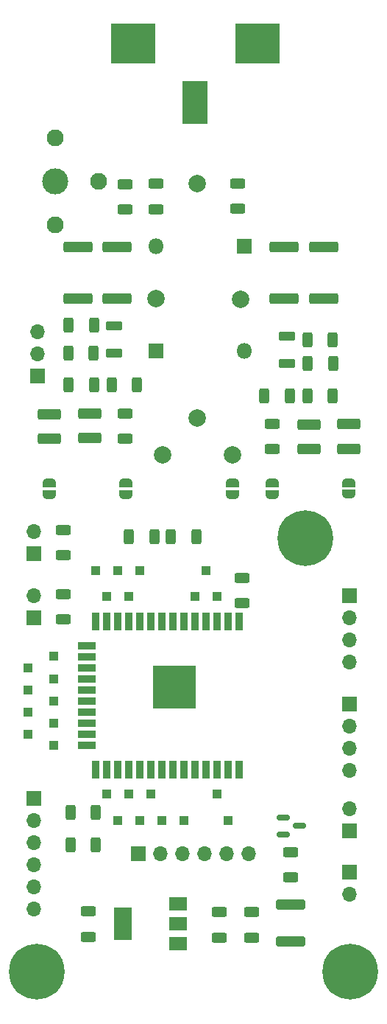
<source format=gts>
%TF.GenerationSoftware,KiCad,Pcbnew,(6.0.1)*%
%TF.CreationDate,2022-02-08T10:08:30+01:00*%
%TF.ProjectId,CaricoFittizioStrumentato,43617269-636f-4466-9974-74697a696f53,rev?*%
%TF.SameCoordinates,Original*%
%TF.FileFunction,Soldermask,Top*%
%TF.FilePolarity,Negative*%
%FSLAX46Y46*%
G04 Gerber Fmt 4.6, Leading zero omitted, Abs format (unit mm)*
G04 Created by KiCad (PCBNEW (6.0.1)) date 2022-02-08 10:08:30*
%MOMM*%
%LPD*%
G01*
G04 APERTURE LIST*
G04 Aperture macros list*
%AMRoundRect*
0 Rectangle with rounded corners*
0 $1 Rounding radius*
0 $2 $3 $4 $5 $6 $7 $8 $9 X,Y pos of 4 corners*
0 Add a 4 corners polygon primitive as box body*
4,1,4,$2,$3,$4,$5,$6,$7,$8,$9,$2,$3,0*
0 Add four circle primitives for the rounded corners*
1,1,$1+$1,$2,$3*
1,1,$1+$1,$4,$5*
1,1,$1+$1,$6,$7*
1,1,$1+$1,$8,$9*
0 Add four rect primitives between the rounded corners*
20,1,$1+$1,$2,$3,$4,$5,0*
20,1,$1+$1,$4,$5,$6,$7,0*
20,1,$1+$1,$6,$7,$8,$9,0*
20,1,$1+$1,$8,$9,$2,$3,0*%
%AMFreePoly0*
4,1,22,0.500000,-0.750000,0.000000,-0.750000,0.000000,-0.745033,-0.079941,-0.743568,-0.215256,-0.701293,-0.333266,-0.622738,-0.424486,-0.514219,-0.481581,-0.384460,-0.499164,-0.250000,-0.500000,-0.250000,-0.500000,0.250000,-0.499164,0.250000,-0.499963,0.256109,-0.478152,0.396186,-0.417904,0.524511,-0.324060,0.630769,-0.204165,0.706417,-0.067858,0.745374,0.000000,0.744959,0.000000,0.750000,
0.500000,0.750000,0.500000,-0.750000,0.500000,-0.750000,$1*%
%AMFreePoly1*
4,1,20,0.000000,0.744959,0.073905,0.744508,0.209726,0.703889,0.328688,0.626782,0.421226,0.519385,0.479903,0.390333,0.500000,0.250000,0.500000,-0.250000,0.499851,-0.262216,0.476331,-0.402017,0.414519,-0.529596,0.319384,-0.634700,0.198574,-0.708877,0.061801,-0.746166,0.000000,-0.745033,0.000000,-0.750000,-0.500000,-0.750000,-0.500000,0.750000,0.000000,0.750000,0.000000,0.744959,
0.000000,0.744959,$1*%
%AMFreePoly2*
4,1,5,2.500000,-2.250000,-2.500000,-2.250000,-2.500000,2.250000,2.500000,2.250000,2.500000,-2.250000,2.500000,-2.250000,$1*%
G04 Aperture macros list end*
%ADD10C,0.800000*%
%ADD11C,6.400000*%
%ADD12RoundRect,0.250000X0.625000X-0.312500X0.625000X0.312500X-0.625000X0.312500X-0.625000X-0.312500X0*%
%ADD13R,1.000000X1.000000*%
%ADD14RoundRect,0.150000X-0.587500X-0.150000X0.587500X-0.150000X0.587500X0.150000X-0.587500X0.150000X0*%
%ADD15R,1.800000X1.800000*%
%ADD16O,1.800000X1.800000*%
%ADD17RoundRect,0.250000X-1.425000X0.362500X-1.425000X-0.362500X1.425000X-0.362500X1.425000X0.362500X0*%
%ADD18RoundRect,0.250000X-1.450000X0.312500X-1.450000X-0.312500X1.450000X-0.312500X1.450000X0.312500X0*%
%ADD19C,3.000000*%
%ADD20C,1.950000*%
%ADD21FreePoly0,90.000000*%
%ADD22FreePoly1,90.000000*%
%ADD23RoundRect,0.250000X-0.625000X0.312500X-0.625000X-0.312500X0.625000X-0.312500X0.625000X0.312500X0*%
%ADD24RoundRect,0.250000X0.312500X0.625000X-0.312500X0.625000X-0.312500X-0.625000X0.312500X-0.625000X0*%
%ADD25RoundRect,0.250000X1.425000X-0.362500X1.425000X0.362500X-1.425000X0.362500X-1.425000X-0.362500X0*%
%ADD26R,1.700000X1.700000*%
%ADD27O,1.700000X1.700000*%
%ADD28C,2.000000*%
%ADD29RoundRect,0.250000X-1.075000X0.375000X-1.075000X-0.375000X1.075000X-0.375000X1.075000X0.375000X0*%
%ADD30R,2.000000X1.500000*%
%ADD31R,2.000000X3.800000*%
%ADD32RoundRect,0.250000X-0.312500X-0.625000X0.312500X-0.625000X0.312500X0.625000X-0.312500X0.625000X0*%
%ADD33RoundRect,0.250000X0.700000X-0.275000X0.700000X0.275000X-0.700000X0.275000X-0.700000X-0.275000X0*%
%ADD34R,0.900000X2.000000*%
%ADD35R,2.000000X0.900000*%
%ADD36R,5.000000X5.000000*%
%ADD37FreePoly2,0.000000*%
%ADD38R,3.000000X5.000000*%
%ADD39RoundRect,0.250000X-0.700000X0.275000X-0.700000X-0.275000X0.700000X-0.275000X0.700000X0.275000X0*%
G04 APERTURE END LIST*
D10*
X111078944Y-182926056D03*
X110376000Y-181229000D03*
X111078944Y-179531944D03*
D11*
X112776000Y-181229000D03*
D10*
X114473056Y-182926056D03*
X114473056Y-179531944D03*
X112776000Y-178829000D03*
X115176000Y-181229000D03*
X112776000Y-183629000D03*
D12*
X122936001Y-120024701D03*
X122936001Y-117099701D03*
D13*
X111709200Y-146303999D03*
D12*
X133781800Y-177306700D03*
X133781800Y-174381700D03*
D13*
X114681001Y-145008598D03*
X123342401Y-160827799D03*
X119532402Y-135173800D03*
D14*
X141124700Y-163540400D03*
X141124700Y-165440400D03*
X142999700Y-164490400D03*
D15*
X136626601Y-97937403D03*
D16*
X126466601Y-97937403D03*
D17*
X117500401Y-97997501D03*
X117500401Y-103922501D03*
D13*
X114655600Y-155194000D03*
D18*
X141986000Y-173503500D03*
X141986000Y-177778500D03*
D13*
X111709201Y-153949398D03*
D19*
X114884200Y-90449400D03*
D20*
X114884200Y-95449400D03*
X119884200Y-90449400D03*
X114884200Y-85449400D03*
D13*
X114655602Y-152653999D03*
D21*
X122961400Y-126415800D03*
D22*
X122961400Y-125115800D03*
D13*
X111709203Y-151383999D03*
D23*
X122885200Y-90790300D03*
X122885200Y-93715300D03*
D24*
X119547099Y-162936002D03*
X116622099Y-162936002D03*
D25*
X145745201Y-103922501D03*
X145745201Y-97997501D03*
D10*
X143637000Y-129045000D03*
X141237000Y-131445000D03*
X145334056Y-129747944D03*
X145334056Y-133142056D03*
X143637000Y-133845000D03*
X141939944Y-129747944D03*
X141939944Y-133142056D03*
X146037000Y-131445000D03*
D11*
X143637000Y-131445000D03*
D24*
X146801300Y-108635800D03*
X143876300Y-108635800D03*
D13*
X132232399Y-135199203D03*
D26*
X148717000Y-138049000D03*
D27*
X148717000Y-140589000D03*
X148717000Y-143129000D03*
X148717000Y-145669000D03*
D13*
X130937002Y-138120202D03*
D28*
X131165601Y-117597001D03*
D23*
X115824000Y-130490500D03*
X115824000Y-133415500D03*
D13*
X123316998Y-138120200D03*
D21*
X135255000Y-126415800D03*
D22*
X135255000Y-125115800D03*
D12*
X135839201Y-93608701D03*
X135839201Y-90683701D03*
D29*
X114173001Y-117213001D03*
X114173001Y-120013001D03*
D30*
X128981600Y-178042600D03*
D31*
X122681600Y-175742600D03*
D30*
X128981600Y-175742600D03*
X128981600Y-173442600D03*
D29*
X118821201Y-117162201D03*
X118821201Y-119962201D03*
D23*
X115824000Y-137856500D03*
X115824000Y-140781500D03*
D12*
X136372600Y-138927300D03*
X136372600Y-136002300D03*
D32*
X121346501Y-113837801D03*
X124271501Y-113837801D03*
D13*
X122097801Y-135199200D03*
D33*
X121625901Y-110180401D03*
X121625901Y-107030401D03*
D28*
X135255001Y-121864201D03*
D13*
X124612401Y-163825003D03*
X114681001Y-147573999D03*
D17*
X121945401Y-97997501D03*
X121945401Y-103922501D03*
D32*
X128153701Y-131236801D03*
X131078701Y-131236801D03*
X116622103Y-166619000D03*
X119547103Y-166619000D03*
X116404201Y-106979801D03*
X119329201Y-106979801D03*
D10*
X148844000Y-178829000D03*
X147146944Y-179531944D03*
X146444000Y-181229000D03*
X147146944Y-182926056D03*
X150541056Y-182926056D03*
X150541056Y-179531944D03*
X148844000Y-183629000D03*
X151244000Y-181229000D03*
D11*
X148844000Y-181229000D03*
D26*
X112370000Y-133203000D03*
D27*
X112370000Y-130663000D03*
D26*
X112395000Y-140589000D03*
D27*
X112395000Y-138049000D03*
D29*
X144043401Y-118384401D03*
X144043401Y-121184401D03*
D13*
X134772400Y-163830000D03*
D25*
X141198601Y-103922502D03*
X141198601Y-97997502D03*
D21*
X139852400Y-126415800D03*
D22*
X139852400Y-125115800D03*
D26*
X148717000Y-169794000D03*
D27*
X148717000Y-172334000D03*
D28*
X127228601Y-121838801D03*
D21*
X114173000Y-126405400D03*
D22*
X114173000Y-125105400D03*
D21*
X148666200Y-126390400D03*
D22*
X148666200Y-125090400D03*
D28*
X136194799Y-103982602D03*
D26*
X148691600Y-150520400D03*
D27*
X148691600Y-153060400D03*
X148691600Y-155600400D03*
X148691600Y-158140400D03*
D13*
X133527803Y-138120201D03*
D12*
X126441201Y-93634101D03*
X126441201Y-90709101D03*
D32*
X116378801Y-110180201D03*
X119303801Y-110180201D03*
D34*
X136050199Y-141024800D03*
X134780199Y-141024800D03*
X133510199Y-141024800D03*
X132240199Y-141024800D03*
X130970199Y-141024800D03*
X129700199Y-141024800D03*
X128430199Y-141024800D03*
X127160199Y-141024800D03*
X125890199Y-141024800D03*
X124620199Y-141024800D03*
X123350199Y-141024800D03*
X122080199Y-141024800D03*
X120810199Y-141024800D03*
X119540199Y-141024800D03*
D35*
X118540199Y-143809800D03*
X118540199Y-145079800D03*
X118540199Y-146349800D03*
X118540199Y-147619800D03*
X118540199Y-148889800D03*
X118540199Y-150159800D03*
X118540199Y-151429800D03*
X118540199Y-152699800D03*
X118540199Y-153969800D03*
X118540199Y-155239800D03*
D34*
X119540199Y-158024800D03*
X120810199Y-158024800D03*
X122080199Y-158024800D03*
X123350199Y-158024800D03*
X124620199Y-158024800D03*
X125890199Y-158024800D03*
X127160199Y-158024800D03*
X128430199Y-158024800D03*
X129700199Y-158024800D03*
X130970199Y-158024800D03*
X132240199Y-158024800D03*
X133510199Y-158024800D03*
X134780199Y-158024800D03*
X136050199Y-158024800D03*
D36*
X128550199Y-148524800D03*
D32*
X116393501Y-113837801D03*
X119318501Y-113837801D03*
D13*
X120802402Y-138120201D03*
D28*
X126466602Y-103957202D03*
X131165601Y-90698401D03*
D32*
X143876301Y-115082401D03*
X146801301Y-115082401D03*
X123353101Y-131236801D03*
X126278101Y-131236801D03*
D13*
X120802401Y-160827802D03*
D32*
X138923301Y-115057001D03*
X141848301Y-115057001D03*
D26*
X112395000Y-161290000D03*
D27*
X112395000Y-163830000D03*
X112395000Y-166370000D03*
X112395000Y-168910000D03*
X112395000Y-171450000D03*
X112395000Y-173990000D03*
D23*
X141986000Y-167472900D03*
X141986000Y-170397900D03*
D12*
X118668800Y-177205100D03*
X118668800Y-174280100D03*
D13*
X133527802Y-160827801D03*
D12*
X137490200Y-177306700D03*
X137490200Y-174381700D03*
D37*
X123862800Y-74650600D03*
X138112800Y-74650600D03*
D38*
X130987800Y-81356200D03*
D12*
X139852401Y-121218501D03*
X139852401Y-118293501D03*
D13*
X125882401Y-160827800D03*
D24*
X146826700Y-111379000D03*
X143901700Y-111379000D03*
D13*
X122072400Y-163825002D03*
X127152401Y-163825001D03*
D26*
X148767800Y-165049200D03*
D27*
X148767800Y-162509200D03*
D26*
X124408800Y-167635402D03*
D27*
X126948800Y-167635402D03*
X129488800Y-167635402D03*
X132028800Y-167635402D03*
X134568800Y-167635402D03*
X137108800Y-167635402D03*
D39*
X141528801Y-108249601D03*
X141528801Y-111399601D03*
D13*
X129692399Y-163825000D03*
D26*
X112826800Y-112826800D03*
D27*
X112826800Y-110286800D03*
X112826800Y-107746800D03*
D15*
X126466602Y-109951602D03*
D16*
X136626602Y-109951602D03*
D13*
X124612400Y-135199200D03*
X114655602Y-150113999D03*
D29*
X148640801Y-118353001D03*
X148640801Y-121153001D03*
D13*
X111709202Y-148844001D03*
M02*

</source>
